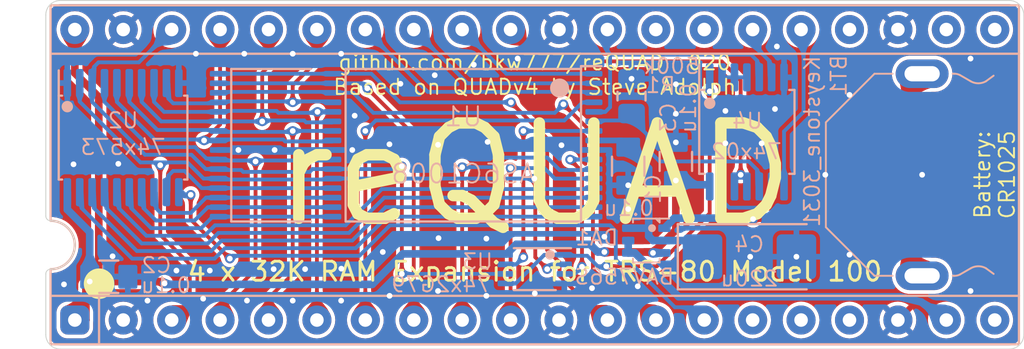
<source format=kicad_pcb>
(kicad_pcb (version 20221018) (generator pcbnew)
  (title_block (title "reQUAD") (date "2023-09-24") (rev "020") (company "Brian K. White - b.kenyon.w@gmail.com") (comment 1 "Original design by Steve Adolph"))
  (layers (0 "F.Cu" signal) (31 "B.Cu" signal) (34 "B.Paste" user) (35 "F.Paste" user) (36 "B.SilkS" user "B.Silkscreen") (37 "F.SilkS" user "F.Silkscreen") (38 "B.Mask" user) (39 "F.Mask" user) (44 "Edge.Cuts" user))
  (net 0 "")
  (net 1 "GND")
  (net 2 "/AD1")
  (net 3 "/AD3")
  (net 4 "/AD5")
  (net 5 "/AD7")
  (net 6 "/A9")
  (net 7 "/A11")
  (net 8 "/A13")
  (net 9 "/A15")
  (net 10 "/A14")
  (net 11 "/A12")
  (net 12 "/A10")
  (net 13 "/A8")
  (net 14 "/~{Y0}")
  (net 15 "/AD6")
  (net 16 "/AD4")
  (net 17 "/AD2")
  (net 18 "/AD0")
  (net 19 "VBUS")
  (net 22 "/A1")
  (net 23 "/A3")
  (net 24 "/A2")
  (net 25 "/A0")
  (net 26 "/A4")
  (net 27 "/A5")
  (net 28 "/A6")
  (net 29 "/A7")
  (net 30 "VMEM")
  (net 37 "/BUS_A15")
  (net 38 "/~{RD}")
  (net 39 "/A16")
  (net 40 "/RAM_RST")
  (net 41 "/IO{slash}~{M}")
  (net 42 "/ALE")
  (net 44 "/RESET")
  (net 45 "/~{WR}")
  (net 46 "/RAM_CE2")
  (net 47 "/BANK_LATCH")
  (net 48 "/BATT+")
  (net 49 "Net-(U4-Pad2)")
  (net 50 "Net-(U4-Pad13)")
  (footprint "000_LOCAL:TSSOP-20_4.4x6.5mm_P0.65mm" (layer "B.Cu") (at 128.4 98.05 -90)
    (fp_text reference "U2")
    (fp_text value "74x573")
  )
  (footprint "000_LOCAL:TSSOP-14_4.4x5mm_P0.65mm" (layer "B.Cu") (at 161.125 97.75 -90)
    (fp_text reference "U4")
    (fp_text value "74x02")
  )
  (footprint "000_LOCAL:DIP-40_pins" (layer "B.Cu") (at 149.999293 100.000707)
    (fp_text reference "J1" hide)
    (fp_text value "Model_100_System_BUS")
  )
  (footprint "000_LOCAL:C_0805" (layer "B.Cu") (at 154.9 99.55 -90)
    (fp_text reference "C1")
    (fp_text value "0.1u")
  )
  (footprint "000_LOCAL:VSSOP-8_2.3x2mm_P0.5mm" (layer "B.Cu") (at 150 104.95 180)
    (fp_text reference "U3")
    (fp_text value "74x2G79")
  )
  (footprint "000_LOCAL:Keystone_3031" (layer "B.Cu") (at 170.32 100 -90)
    (fp_text reference "BT1")
    (fp_text value "Keystone_3031")
  )
  (footprint "000_LOCAL:R_0805" (layer "B.Cu") (at 155.075 95.875 90)
    (fp_text reference "R1")
    (fp_text value "500k")
  )
  (footprint "000_LOCAL:TSOP32-dual" (layer "B.Cu") (at 143.25 98.45 180)
    (fp_text reference "U1")
    (fp_text value "AS6C1008")
  )
  (footprint "000_LOCAL:C_0805" (layer "B.Cu") (at 127.65 105.35)
    (fp_text reference "C2")
    (fp_text value "0.1u")
  )
  (footprint "000_LOCAL:CP_EIA-6032-28" (layer "B.Cu") (at 161.2625 104.3)
    (fp_text reference "C4")
    (fp_text value "220u")
  )
  (footprint "000_LOCAL:C_0805" (layer "B.Cu") (at 157.4 99.3 90)
    (fp_text reference "C3")
    (fp_text value "0.1u")
  )
  (footprint "000_LOCAL:SOT-363" (layer "B.Cu") (at 155.85 103.45 180)
    (fp_text reference "DA1")
    (fp_text value "BAV756S")
  )
  (gr_circle (center 127.14 105.715) (end 126.74 105.715) (stroke (width 0.8)) (fill none) (layer "F.SilkS"))
  (gr_line (start 174.892 90.856) (end 125.108 90.856) (stroke (width 0.05)) (layer "Edge.Cuts"))
  (gr_line (start 124.346 108.382) (end 124.346 105.207) (stroke (width 0.05)) (layer "Edge.Cuts"))
  (gr_line (start 124.346 102.159) (end 124.346 91.618) (stroke (width 0.05)) (layer "Edge.Cuts"))
  (gr_arc (start 175.654 108.382) (mid 175.430815 108.920815) (end 174.892 109.144) (stroke (width 0.05)) (layer "Edge.Cuts"))
  (gr_arc (start 124.6 102.413) (mid 125.87 103.683) (end 124.6 104.953) (stroke (width 0.05)) (layer "Edge.Cuts"))
  (gr_arc (start 124.346 105.207) (mid 124.420395 105.027395) (end 124.6 104.953) (stroke (width 0.05)) (layer "Edge.Cuts"))
  (gr_arc (start 174.892 90.856) (mid 175.430815 91.079185) (end 175.654 91.618) (stroke (width 0.05)) (layer "Edge.Cuts"))
  (gr_arc (start 124.6 102.413) (mid 124.420395 102.338605) (end 124.346 102.159) (stroke (width 0.05)) (layer "Edge.Cuts"))
  (gr_arc (start 124.346 91.618) (mid 124.569185 91.079185) (end 125.108 90.856) (stroke (width 0.05)) (layer "Edge.Cuts"))
  (gr_line (start 175.654 108.382) (end 175.654 91.618) (stroke (width 0.05)) (layer "Edge.Cuts"))
  (gr_line (start 125.108 109.144) (end 174.892 109.144) (stroke (width 0.05)) (layer "Edge.Cuts"))
  (gr_arc (start 125.108 109.144) (mid 124.569185 108.920815) (end 124.346 108.382) (stroke (width 0.05)) (layer "Edge.Cuts"))
  (gr_text "4 x 32K RAM Expansion for TRS-80 Model 100" (at 150 105.08) (layer "F.SilkS") (effects (font (size 1 1))))
  (gr_text "reQUAD" (at 150 100) (layer "F.SilkS") (effects (font (size 5 5) (thickness 0.6))))
  (gr_text "Battery:\nCR1025" (at 174.13 100 90) (layer "F.SilkS") (effects (font (size 0.8 0.8) (thickness 0.1))))
  (gr_text "github.com/bkw777/reQUAD  ${REVISION}\nBased on QUADv4 by Steve Adolph" (at 150 94.75) (layer "F.SilkS") (effects (font (size 0.8 0.8) (thickness 0.1))))
  (via (at 166.51 104.191) (size 0.5) (drill 0.3) (layers "F.Cu" "B.Cu") (net 1))
  (via (at 131.2 105.025) (size 0.5) (drill 0.3) (layers "F.Cu" "B.Cu") (net 1))
  (via (at 154.9 100.55) (size 0.5) (drill 0.3) (layers "F.Cu" "B.Cu") (net 1))
  (via (at 144.925 98.425) (size 0.5) (drill 0.3) (layers "F.Cu" "B.Cu") (net 1))
  (via (at 136.35 98.7) (size 0.5) (drill 0.3) (layers "F.Cu" "B.Cu") (net 1))
  (via (at 132.95 105.025) (size 0.5) (drill 0.3) (layers "F.Cu" "B.Cu") (net 1))
  (via (at 134.45 98.7) (size 0.5) (drill 0.3) (layers "F.Cu" "B.Cu") (net 1))
  (via (at 144.95 103.325) (size 0.5) (drill 0.3) (layers "F.Cu" "B.Cu") (net 1))
  (via (at 137.3 106.604) (size 0.5) (drill 0.3) (layers "F.Cu" "B.Cu") (net 1))
  (via (at 134.9 106.6) (size 0.5) (drill 0.3) (layers "F.Cu" "B.Cu") (net 1))
  (via (at 157.4 98.3) (size 0.5) (drill 0.3) (layers "F.Cu" "B.Cu") (net 1))
  (via (at 163.725 104.3) (size 0.5) (drill 0.3) (layers "F.Cu" "B.Cu") (net 1))
  (via (at 147.525 98.275) (size 0.5) (drill 0.3) (layers "F.Cu" "B.Cu") (net 1))
  (via (at 151.4 98.45) (size 0.5) (drill 0.3) (layers "F.Cu" "B.Cu") (net 1))
  (via (at 157.4 96.8) (size 0.5) (drill 0.3) (layers "F.Cu" "B.Cu") (net 1))
  (via (at 146.8 94.225) (size 0.5) (drill 0.3) (layers "F.Cu" "B.Cu") (net 1))
  (via (at 137.3 93.65) (size 0.5) (drill 0.3) (layers "F.Cu" "B.Cu") (net 1))
  (via (at 161.9 98.35) (size 0.5) (drill 0.3) (layers "F.Cu" "B.Cu") (net 1))
  (via (at 132.601 106.5) (size 0.5) (drill 0.3) (layers "F.Cu" "B.Cu") (net 1))
  (via (at 128.15 99.425) (size 0.5) (drill 0.3) (layers "F.Cu" "B.Cu") (net 1))
  (via (at 129.68 106.604) (size 0.5) (drill 0.3) (layers "F.Cu" "B.Cu") (net 1))
  (via (at 140.425 98.7) (size 0.5) (drill 0.3) (layers "F.Cu" "B.Cu") (net 1))
  (via (at 134.76 93.65) (size 0.5) (drill 0.3) (layers "F.Cu" "B.Cu") (net 1))
  (via (at 136.3 104.95) (size 0.5) (drill 0.3) (layers "F.Cu" "B.Cu") (net 1))
  (via (at 153 105.95) (size 0.5) (drill 0.3) (layers "F.Cu" "B.Cu") (net 1))
  (via (at 140.55 96.9) (size 0.5) (drill 0.3) (layers "F.Cu" "B.Cu") (net 1))
  (via (at 137.95 104.95) (size 0.5) (drill 0.3) (layers "F.Cu" "B.Cu") (net 1))
  (via (at 155.4 105.85) (size 0.5) (drill 0.3) (layers "F.Cu" "B.Cu") (net 1))
  (via (at 149.1 93.9) (size 0.5) (drill 0.3) (layers "F.Cu" "B.Cu") (net 1))
  (via (at 139.84 93.65) (size 0.5) (drill 0.3) (layers "F.Cu" "B.Cu") (net 1))
  (via (at 150 106.223) (size 0.5) (drill 0.3) (layers "F.Cu" "B.Cu") (net 1))
  (via (at 142.95 95.225) (size 0.5) (drill 0.3) (layers "F.Cu" "B.Cu") (net 1))
  (via (at 160 96.65) (size 0.5) (drill 0.3) (layers "F.Cu" "B.Cu") (net 1))
  (via (at 144.92 106.096) (size 0.5) (drill 0.3) (layers "F.Cu" "B.Cu") (net 1))
  (via (at 144.75 94.775) (size 0.5) (drill 0.3) (layers "F.Cu" "B.Cu") (net 1))
  (via (at 125.3 105.75) (size 0.5) (drill 0.3) (layers "F.Cu" "B.Cu") (net 1))
  (via (at 165.24 100) (size 0.5) (drill 0.3) (layers "F.Cu" "B.Cu") (net 1))
  (via (at 142.025 104.05) (size 0.5) (drill 0.3) (layers "F.Cu" "B.Cu") (net 1))
  (via (at 157.4 95.25) (size 0.5) (drill 0.3) (layers "F.Cu" "B.Cu") (net 1))
  (via (at 147.46 103.35) (size 0.5) (drill 0.3) (layers "F.Cu" "B.Cu") (net 1))
  (via (at 127.85 104.275) (size 0.5) (drill 0.3) (layers "F.Cu" "B.Cu") (net 1))
  (via (at 172.86 93.904) (size 0.5) (drill 0.3) (layers "F.Cu" "B.Cu") (net 1))
  (via (at 154.9 101.8) (size 0.5) (drill 0.3) (layers "F.Cu" "B.Cu") (net 1))
  (via (at 170.32 100) (size 0.5) (drill 0.3) (layers "F.Cu" "B.Cu") (net 1))
  (via (at 160 98.35) (size 0.5) (drill 0.3) (layers "F.Cu" "B.Cu") (net 1))
  (via (at 125.8 99.45) (size 0.5) (drill 0.3) (layers "F.Cu" "B.Cu") (net 1))
  (via (at 172.86 106.096) (size 0.5) (drill 0.3) (layers "F.Cu" "B.Cu") (net 1))
  (via (at 166.51 95.809) (size 0.5) (drill 0.3) (layers "F.Cu" "B.Cu") (net 1))
  (via (at 153.65 103.25) (size 0.5) (drill 0.3) (layers "F.Cu" "B.Cu") (net 1))
  (via (at 132.22 93.65) (size 0.5) (drill 0.3) (layers "F.Cu" "B.Cu") (net 1))
  (via (at 161.3 104.3) (size 0.5) (drill 0.3) (layers "F.Cu" "B.Cu") (net 1))
  (via (at 162.6 96.55) (size 0.5) (drill 0.3) (layers "F.Cu" "B.Cu") (net 1))
  (via (at 139.85 104.925) (size 0.5) (drill 0.3) (layers "F.Cu" "B.Cu") (net 1))
  (via (at 162.7 93.269) (size 0.5) (drill 0.3) (layers "F.Cu" "B.Cu") (net 1))
  (via (at 142.38 106.35) (size 0.5) (drill 0.3) (layers "F.Cu" "B.Cu") (net 1))
  (via (at 142.375 98.4) (size 0.5) (drill 0.3) (layers "F.Cu" "B.Cu") (net 1))
  (via (at 147.46 106.35) (size 0.5) (drill 0.3) (layers "F.Cu" "B.Cu") (net 1))
  (via (at 155.075 94.9625) (size 0.5) (drill 0.3) (layers "F.Cu" "B.Cu") (net 1))
  (via (at 139.84 106.604) (size 0.5) (drill 0.3) (layers "F.Cu" "B.Cu") (net 1))
  (segment (start 143.025 105.2) (end 143.025 99.55) (width 0.2) (layer "F.Cu") (net 2))
  (via (at 143.025 99.55) (size 0.5) (drill 0.3) (layers "F.Cu" "B.Cu") (net 2))
  (via (at 143.025 105.2) (size 0.5) (drill 0.3) (layers "F.Cu" "B.Cu") (net 2))
  (segment (start 126.875 94.3375) (end 127.1125 94.1) (width 0.2) (layer "B.Cu") (net 2))
  (segment (start 131.9875 98.95) (end 129.55 98.95) (width 0.2) (layer "B.Cu") (net 2))
  (segment (start 133.45 99.75) (end 133.4 99.7) (width 0.2) (layer "B.Cu") (net 2))
  (segment (start 129.55 98.95) (end 126.775 96.175) (width 0.2) (layer "B.Cu") (net 2))
  (segment (start 133.4 99.7) (end 132.7375 99.7) (width 0.2) (layer "B.Cu") (net 2))
  (segment (start 127.1125 94.1) (end 129.23 94.1) (width 0.2) (layer "B.Cu") (net 2))
  (segment (start 139.4 99.7) (end 142.875 99.7) (width 0.2) (layer "B.Cu") (net 2))
  (segment (start 138.1875 99.85) (end 134.7 99.85) (width 0.2) (layer "B.Cu") (net 2))
  (segment (start 126.875 95.0875) (end 126.875 94.3375) (width 0.2) (layer "B.Cu") (net 2))
  (segment (start 126.775 96.175) (end 126.775 95.1875) (width 0.2) (layer "B.Cu") (net 2))
  (segment (start 132.7375 99.7) (end 131.9875 98.95) (width 0.2) (layer "B.Cu") (net 2))
  (segment (start 139.4 99.7) (end 138.3375 99.7) (width 0.2) (layer "B.Cu") (net 2))
  (segment (start 134.7 99.85) (end 134.6 99.75) (width 0.2) (layer "B.Cu") (net 2))
  (segment (start 142.875 99.7) (end 143.025 99.55) (width 0.2) (layer "B.Cu") (net 2))
  (segment (start 126.775 95.1875) (end 126.875 95.0875) (width 0.2) (layer "B.Cu") (net 2))
  (segment (start 138.3375 99.7) (end 138.1875 99.85) (width 0.2) (layer "B.Cu") (net 2))
  (segment (start 148.45 105.2) (end 143.025 105.2) (width 0.2) (layer "B.Cu") (net 2))
  (segment (start 134.6 99.75) (end 133.45 99.75) (width 0.2) (layer "B.Cu") (net 2))
  (segment (start 129.23 94.1) (end 130.949293 92.380707) (width 0.2) (layer "B.Cu") (net 2))
  (segment (start 133.489293 97.360707) (end 133.489293 92.380707) (width 0.2) (layer "F.Cu") (net 3))
  (segment (start 132.65 98.2) (end 133.489293 97.360707) (width 0.2) (layer "F.Cu") (net 3))
  (via (at 132.65 98.2) (size 0.5) (drill 0.3) (layers "F.Cu" "B.Cu") (net 3))
  (segment (start 139.35 98.25) (end 136.9 98.25) (width 0.2) (layer "B.Cu") (net 3))
  (segment (start 132.65 98.2) (end 132.6 98.15) (width 0.2) (layer "B.Cu") (net 3))
  (segment (start 136.8 98.15) (end 133.45 98.15) (width 0.2) (layer "B.Cu") (net 3))
  (segment (start 128.075 96.175) (end 128.075 95.1875) (width 0.2) (layer "B.Cu") (net 3))
  (segment (start 133.4 98.2) (end 132.65 98.2) (width 0.2) (layer "B.Cu") (net 3))
  (segment (start 130.05 98.15) (end 128.075 96.175) (width 0.2) (layer "B.Cu") (net 3))
  (segment (start 132.6 98.15) (end 130.05 98.15) (width 0.2) (layer "B.Cu") (net 3))
  (segment (start 139.4 98.2) (end 139.35 98.25) (width 0.2) (layer "B.Cu") (net 3))
  (segment (start 133.45 98.15) (end 133.4 98.2) (width 0.2) (layer "B.Cu") (net 3))
  (segment (start 136.9 98.25) (end 136.8 98.15) (width 0.2) (layer "B.Cu") (net 3))
  (segment (start 136.029293 92.380707) (end 136.029293 94.320707) (width 0.2) (layer "F.Cu") (net 4))
  (segment (start 135.7 94.65) (end 135.7 97.2) (width 0.2) (layer "F.Cu") (net 4))
  (segment (start 136.029293 94.320707) (end 135.7 94.65) (width 0.2) (layer "F.Cu") (net 4))
  (via (at 135.7 97.2) (size 0.5) (drill 0.3) (layers "F.Cu" "B.Cu") (net 4))
  (segment (start 129.375 96.175) (end 129.375 95.1875) (width 0.2) (layer "B.Cu") (net 4))
  (segment (start 130.4 97.2) (end 129.375 96.175) (width 0.2) (layer "B.Cu") (net 4))
  (segment (start 133.4 97.2) (end 130.4 97.2) (width 0.2) (layer "B.Cu") (net 4))
  (segment (start 135.7 97.2) (end 133.4 97.2) (width 0.2) (layer "B.Cu") (net 4))
  (segment (start 135.75 97.15) (end 137.9 97.15) (width 0.2) (layer "B.Cu") (net 4))
  (segment (start 135.7 97.2) (end 135.75 97.15) (width 0.2) (layer "B.Cu") (net 4))
  (segment (start 139.35 97.25) (end 139.4 97.2) (width 0.2) (layer "B.Cu") (net 4))
  (segment (start 138 97.25) (end 139.35 97.25) (width 0.2) (layer "B.Cu") (net 4))
  (segment (start 137.9 97.15) (end 138 97.25) (width 0.2) (layer "B.Cu") (net 4))
  (segment (start 137.3 95.3) (end 138.569293 94.030707) (width 0.2) (layer "F.Cu") (net 5))
  (segment (start 137.3 96.2) (end 137.3 95.3) (width 0.2) (layer "F.Cu") (net 5))
  (segment (start 138.569293 94.030707) (end 138.569293 92.380707) (width 0.2) (layer "F.Cu") (net 5))
  (via (at 137.3 96.2) (size 0.5) (drill 0.3) (layers "F.Cu" "B.Cu") (net 5))
  (segment (start 137.25 96.15) (end 133.45 96.15) (width 0.2) (layer "B.Cu") (net 5))
  (segment (start 130.775 95.2875) (end 130.775 96) (width 0.2) (layer "B.Cu") (net 5))
  (segment (start 137.3 96.2) (end 137.25 96.15) (width 0.2) (layer "B.Cu") (net 5))
  (segment (start 133.45 96.15) (end 133.4 96.2) (width 0.2) (layer "B.Cu") (net 5))
  (segment (start 130.675 95.1875) (end 130.775 95.2875) (width 0.2) (layer "B.Cu") (net 5))
  (segment (start 133.35 96.25) (end 133.4 96.2) (width 0.2) (layer "B.Cu") (net 5))
  (segment (start 131.025 96.25) (end 133.35 96.25) (width 0.2) (layer "B.Cu") (net 5))
  (segment (start 130.775 96) (end 131.025 96.25) (width 0.2) (layer "B.Cu") (net 5))
  (segment (start 139.35 96.15) (end 139.4 96.2) (width 0.2) (layer "B.Cu") (net 5))
  (segment (start 137.3 96.2) (end 137.35 96.15) (width 0.2) (layer "B.Cu") (net 5))
  (segment (start 137.35 96.15) (end 139.35 96.15) (width 0.2) (layer "B.Cu") (net 5))
  (segment (start 144.378586 95.65) (end 141.109293 92.380707) (width 0.2) (layer "B.Cu") (net 6))
  (segment (start 153.1 95.7) (end 153.05 95.65) (width 0.2) (layer "B.Cu") (net 6))
  (segment (start 153.05 95.65) (end 144.378586 95.65) (width 0.2) (layer "B.Cu") (net 6))
  (segment (start 146.468586 95.2) (end 143.649293 92.380707) (width 0.2) (layer "B.Cu") (net 7))
  (segment (start 153.1 95.2) (end 146.468586 95.2) (width 0.2) (layer "B.Cu") (net 7))
  (segment (start 153.1 94.7) (end 148.508586 94.7) (width 0.2) (layer "B.Cu") (net 8))
  (segment (start 148.508586 94.7) (end 146.189293 92.380707) (width 0.2) (layer "B.Cu") (net 8))
  (segment (start 149.4 104.325) (end 149.4 97.7) (width 0.2) (layer "F.Cu") (net 9))
  (via (at 149.4 97.7) (size 0.5) (drill 0.3) (layers "F.Cu" "B.Cu") (net 9))
  (via (at 149.4 104.325) (size 0.5) (drill 0.3) (layers "F.Cu" "B.Cu") (net 9))
  (segment (start 149.025 104.7) (end 148.45 104.7) (width 0.2) (layer "B.Cu") (net 9))
  (segment (start 149.4 104.325) (end 149.025 104.7) (width 0.2) (layer "B.Cu") (net 9))
  (segment (start 153.1 97.7) (end 149.4 97.7) (width 0.2) (layer "B.Cu") (net 9))
  (segment (start 148.729293 99.65) (end 148.729293 107.620707) (width 0.2) (layer "F.Cu") (net 10))
  (via (at 148.729293 99.65) (size 0.5) (drill 0.3) (layers "F.Cu" "B.Cu") (net 10))
  (segment (start 150.5 99.65) (end 151.05 100.2) (width 0.2) (layer "B.Cu") (net 10))
  (segment (start 148.729293 99.65) (end 150.5 99.65) (width 0.2) (layer "B.Cu") (net 10))
  (segment (start 151.05 100.2) (end 153.1 100.2) (width 0.2) (layer "B.Cu") (net 10))
  (segment (start 146.189293 99.6) (end 146.189293 107.620707) (width 0.2) (layer "F.Cu") (net 11))
  (via (at 146.189293 99.6) (size 0.5) (drill 0.3) (layers "F.Cu" "B.Cu") (net 11))
  (segment (start 147.8 99.6) (end 148.3 99.1) (width 0.2) (layer "B.Cu") (net 11))
  (segment (start 146.189293 99.6) (end 147.8 99.6) (width 0.2) (layer "B.Cu") (net 11))
  (segment (start 151.3 99.75) (end 153.05 99.75) (width 0.2) (layer "B.Cu") (net 11))
  (segment (start 150.65 99.1) (end 151.3 99.75) (width 0.2) (layer "B.Cu") (net 11))
  (segment (start 148.3 99.1) (end 150.65 99.1) (width 0.2) (layer "B.Cu") (net 11))
  (segment (start 153.05 99.75) (end 153.1 99.7) (width 0.2) (layer "B.Cu") (net 11))
  (segment (start 143.649293 97.899293) (end 143.649293 107.620707) (width 0.2) (layer "F.Cu") (net 12))
  (segment (start 141.2125 95.4625) (end 143.649293 97.899293) (width 0.2) (layer "F.Cu") (net 12))
  (via (at 141.2125 95.4625) (size 0.5) (drill 0.3) (layers "F.Cu" "B.Cu") (net 12))
  (segment (start 141.2125 95.4625) (end 140.95 95.2) (width 0.2) (layer "B.Cu") (net 12))
  (segment (start 139.4 95.2) (end 133.4 95.2) (width 0.2) (layer "B.Cu") (net 12))
  (segment (start 140.95 95.2) (end 139.4 95.2) (width 0.2) (layer "B.Cu") (net 12))
  (segment (start 141.109293 97.7) (end 141.109293 107.620707) (width 0.2) (layer "F.Cu") (net 13))
  (via (at 141.109293 97.7) (size 0.5) (drill 0.3) (layers "F.Cu" "B.Cu") (net 13))
  (segment (start 152.5 96.2) (end 153.1 96.2) (width 0.2) (layer "B.Cu") (net 13))
  (segment (start 141.109293 97.7) (end 141.659293 97.15) (width 0.2) (layer "B.Cu") (net 13))
  (segment (start 151.55 97.15) (end 152.5 96.2) (width 0.2) (layer "B.Cu") (net 13))
  (segment (start 141.659293 97.15) (end 151.55 97.15) (width 0.2) (layer "B.Cu") (net 13))
  (segment (start 161.525 93.25) (end 161.525 92.476414) (width 0.2) (layer "B.Cu") (net 14))
  (segment (start 162.325 94.05) (end 161.525 93.25) (width 0.2) (layer "B.Cu") (net 14))
  (segment (start 162.425 94.8875) (end 162.325 94.7875) (width 0.2) (layer "B.Cu") (net 14))
  (segment (start 162.325 94.7875) (end 162.325 94.05) (width 0.2) (layer "B.Cu") (net 14))
  (segment (start 161.525 92.476414) (end 161.429293 92.380707) (width 0.2) (layer "B.Cu") (net 14))
  (segment (start 138.569293 96.730707) (end 138.569293 107.620707) (width 0.2) (layer "F.Cu") (net 15))
  (segment (start 138.6 96.7) (end 138.569293 96.730707) (width 0.2) (layer "F.Cu") (net 15))
  (via (at 138.6 96.7) (size 0.5) (drill 0.3) (layers "F.Cu" "B.Cu") (net 15))
  (segment (start 136.45 96.65) (end 133.45 96.65) (width 0.2) (layer "B.Cu") (net 15))
  (segment (start 130.025 96.175) (end 130.55 96.7) (width 0.2) (layer "B.Cu") (net 15))
  (segment (start 138.55 96.75) (end 136.55 96.75) (width 0.2) (layer "B.Cu") (net 15))
  (segment (start 130.55 96.7) (end 133.4 96.7) (width 0.2) (layer "B.Cu") (net 15))
  (segment (start 138.6 96.7) (end 138.55 96.75) (width 0.2) (layer "B.Cu") (net 15))
  (segment (start 138.6 96.7) (end 139.4 96.7) (width 0.2) (layer "B.Cu") (net 15))
  (segment (start 133.45 96.65) (end 133.4 96.7) (width 0.2) (layer "B.Cu") (net 15))
  (segment (start 130.025 95.1875) (end 130.025 96.175) (width 0.2) (layer "B.Cu") (net 15))
  (segment (start 136.55 96.75) (end 136.45 96.65) (width 0.2) (layer "B.Cu") (net 15))
  (segment (start 137.3 97.7) (end 137.3 105.207) (width 0.2) (layer "F.Cu") (net 16))
  (segment (start 136.125 106.382) (end 136.125 107.525) (width 0.2) (layer "F.Cu") (net 16))
  (segment (start 137.3 105.207) (end 136.125 106.382) (width 0.2) (layer "F.Cu") (net 16))
  (segment (start 136.125 107.525) (end 136.029293 107.620707) (width 0.2) (layer "F.Cu") (net 16))
  (via (at 137.3 97.7) (size 0.5) (drill 0.3) (layers "F.Cu" "B.Cu") (net 16))
  (segment (start 133.35 97.65) (end 130.2 97.65) (width 0.2) (layer "B.Cu") (net 16))
  (segment (start 130.2 97.65) (end 128.725 96.175) (width 0.2) (layer "B.Cu") (net 16))
  (segment (start 133.4 97.7) (end 133.35 97.65) (width 0.2) (layer "B.Cu") (net 16))
  (segment (start 133.4 97.7) (end 133.45 97.75) (width 0.2) (layer "B.Cu") (net 16))
  (segment (start 137.25 97.75) (end 137.3 97.7) (width 0.2) (layer "B.Cu") (net 16))
  (segment (start 128.725 96.175) (end 128.725 95.1875) (width 0.2) (layer "B.Cu") (net 16))
  (segment (start 133.45 97.75) (end 137.25 97.75) (width 0.2) (layer "B.Cu") (net 16))
  (segment (start 137.3 97.7) (end 139.4 97.7) (width 0.2) (layer "B.Cu") (net 16))
  (segment (start 133.7 107.41) (end 133.7 106.625) (width 0.2) (layer "F.Cu") (net 17))
  (segment (start 133.489293 107.620707) (end 133.7 107.41) (width 0.2) (layer "F.Cu") (net 17))
  (segment (start 133.7 106.625) (end 135.35 104.975) (width 0.2) (layer "F.Cu") (net 17))
  (segment (start 135.35 104.975) (end 135.35 99.3) (width 0.2) (layer "F.Cu") (net 17))
  (via (at 135.35 99.3) (size 0.5) (drill 0.3) (layers "F.Cu" "B.Cu") (net 17))
  (segment (start 133.4 99.2) (end 133.35 99.15) (width 0.2) (layer "B.Cu") (net 17))
  (segment (start 129.8 98.55) (end 127.425 96.175) (width 0.2) (layer "B.Cu") (net 17))
  (segment (start 133.45 99.25) (end 133.4 99.2) (width 0.2) (layer "B.Cu") (net 17))
  (segment (start 132.175 98.55) (end 129.8 98.55) (width 0.2) (layer "B.Cu") (net 17))
  (segment (start 139.35 99.25) (end 135.35 99.25) (width 0.2) (layer "B.Cu") (net 17))
  (segment (start 127.425 96.175) (end 127.425 95.1875) (width 0.2) (layer "B.Cu") (net 17))
  (segment (start 132.775 99.15) (end 132.175 98.55) (width 0.2) (layer "B.Cu") (net 17))
  (segment (start 133.35 99.15) (end 132.775 99.15) (width 0.2) (layer "B.Cu") (net 17))
  (segment (start 135.35 99.25) (end 133.45 99.25) (width 0.2) (layer "B.Cu") (net 17))
  (segment (start 139.4 99.2) (end 139.35 99.25) (width 0.2) (layer "B.Cu") (net 17))
  (segment (start 150.025 104.325) (end 150.65 104.95) (width 0.2) (layer "F.Cu") (net 18))
  (segment (start 131.9 104.7) (end 131.9 106.67) (width 0.2) (layer "F.Cu") (net 18))
  (segment (start 149.975 100.2) (end 150.025 100.25) (width 0.2) (layer "F.Cu") (net 18))
  (segment (start 130.35 103.15) (end 131.9 104.7) (width 0.2) (layer "F.Cu") (net 18))
  (segment (start 131.9 106.67) (end 130.949293 107.620707) (width 0.2) (layer "F.Cu") (net 18))
  (segment (start 130.35 99.5) (end 130.35 103.15) (width 0.2) (layer "F.Cu") (net 18))
  (segment (start 150.025 100.25) (end 150.025 104.325) (width 0.2) (layer "F.Cu") (net 18))
  (via (at 149.975 100.2) (size 0.5) (drill 0.3) (layers "F.Cu" "B.Cu") (net 18))
  (via (at 150.65 104.95) (size 0.5) (drill 0.3) (layers "F.Cu" "B.Cu") (net 18))
  (via (at 130.35 99.5) (size 0.5) (drill 0.3) (layers "F.Cu" "B.Cu") (net 18))
  (segment (start 139.4 100.2) (end 139.35 100.25) (width 0.2) (layer "B.Cu") (net 18))
  (segment (start 126.125 96.1625) (end 126.125 95.1875) (width 0.2) (layer "B.Cu") (net 18))
  (segment (start 130.5 99.35) (end 130.35 99.5) (width 0.2) (layer "B.Cu") (net 18))
  (segment (start 139.35 100.25) (end 133.45 100.25) (width 0.2) (layer "B.Cu") (net 18))
  (segment (start 132.625 100.2) (end 131.775 99.35) (width 0.2) (layer "B.Cu") (net 18))
  (segment (start 149.975 100.2) (end 139.4 100.2) (width 0.2) (layer "B.Cu") (net 18))
  (segment (start 131.775 99.35) (end 130.5 99.35) (width 0.2) (layer "B.Cu") (net 18))
  (segment (start 129.3125 99.35) (end 126.125 96.1625) (width 0.2) (layer "B.Cu") (net 18))
  (segment (start 133.45 100.25) (end 133.4 100.2) (width 0.2) (layer "B.Cu") (net 18))
  (segment (start 129.3125 99.35) (end 130.2 99.35) (width 0.2) (layer "B.Cu") (net 18))
  (segment (start 133.4 100.2) (end 132.625 100.2) (width 0.2) (layer "B.Cu") (net 18))
  (segment (start 130.2 99.35) (end 130.35 99.5) (width 0.2) (layer "B.Cu") (net 18))
  (segment (start 150.9 104.7) (end 151.55 104.7) (width 0.2) (layer "B.Cu") (net 18))
  (segment (start 150.65 104.95) (end 150.9 104.7) (width 0.2) (layer "B.Cu") (net 18))
  (segment (start 130.575 105.7) (end 130.475 105.6) (width 0.4) (layer "F.Cu") (net 19))
  (segment (start 126.45 107.620707) (end 125.869293 107.620707) (width 0.4) (layer "F.Cu") (net 19))
  (segment (start 127.125 105.6) (end 127.125 95.921) (width 0.4) (layer "F.Cu") (net 19))
  (segment (start 125.869293 94.665293) (end 125.869293 92.380707) (width 0.4) (layer "F.Cu") (net 19))
  (segment (start 157.4 102.9) (end 157.4 100.3) (width 0.4) (layer "F.Cu") (net 19))
  (segment (start 153.65 104.05) (end 156.15 104.05) (width 0.4) (layer "F.Cu") (net 19))
  (segment (start 130.475 105.6) (end 126.65 105.6) (width 0.4) (layer "F.Cu") (net 19))
  (segment (start 156.2 104.1) (end 157.4 102.9) (width 0.4) (layer "F.Cu") (net 19))
  (segment (start 156.15 104.05) (end 156.2 104.1) (width 0.4) (layer "F.Cu") (net 19))
  (segment (start 126.65 105.6) (end 126.45 105.8) (width 0.4) (layer "F.Cu") (net 19))
  (segment (start 127.125 95.921) (end 125.869293 94.665293) (width 0.4) (layer "F.Cu") (net 19))
  (segment (start 126.45 105.8) (end 126.45 107.620707) (width 0.4) (layer "F.Cu") (net 19))
  (via (at 156.2 104.1) (size 0.5) (drill 0.3) (layers "F.Cu" "B.Cu") (net 19))
  (via (at 126.65 105.6) (size 0.5) (drill 0.3) (layers "F.Cu" "B.Cu") (net 19))
  (via (at 157.4 100.3) (size 0.5) (drill 0.3) (layers "F.Cu" "B.Cu") (net 19))
  (via (at 130.575 105.7) (size 0.5) (drill 0.3) (layers "F.Cu" "B.Cu") (net 19))
  (via (at 153.65 104.05) (size 0.5) (drill 0.3) (layers "F.Cu" "B.Cu") (net 19))
  (segment (start 126.65 105.35) (end 126.65 103) (width 0.4) (layer "B.Cu") (net 19))
  (segment (start 149.025 103.65) (end 148.525 104.15) (width 0.4) (layer "B.Cu") (net 19))
  (segment (start 157.625 100.525) (end 159.0875 100.525) (width 0.4) (layer "B.Cu") (net 19))
  (segment (start 157.4 100.3) (end 157.625 100.525) (width 0.4) (layer "B.Cu") (net 19))
  (segment (start 126.65 103) (end 125.475 101.825) (width 0.4) (layer "B.Cu") (net 19))
  (segment (start 130.625 105.75) (end 130.575 105.7) (width 0.4) (layer "B.Cu") (net 19))
  (segment (start 152.9 103.65) (end 149.025 103.65) (width 0.4) (layer "B.Cu") (net 19))
  (segment (start 143.075 104.15) (end 141.475 105.75) (width 0.4) (layer "B.Cu") (net 19))
  (segment (start 148.525 104.15) (end 143.075 104.15) (width 0.4) (layer "B.Cu") (net 19))
  (segment (start 153.65 104.05) (end 153.3 104.05) (width 0.4) (layer "B.Cu") (net 19))
  (segment (start 156.8 104.1) (end 156.2 104.1) (width 0.4) (layer "B.Cu") (net 19))
  (segment (start 125.475 101.825) (end 125.475 100.9125) (width 0.4) (layer "B.Cu") (net 19))
  (segment (start 141.475 105.75) (end 130.625 105.75) (width 0.4) (layer "B.Cu") (net 19))
  (segment (start 159.0875 100.525) (end 159.175 100.6125) (width 0.4) (layer "B.Cu") (net 19))
  (segment (start 153.3 104.05) (end 152.9 103.65) (width 0.4) (layer "B.Cu") (net 19))
  (segment (start 133.025 104) (end 129.125 104) (width 0.2) (layer "B.Cu") (net 22))
  (segment (start 129.125 104) (end 126.875 101.75) (width 0.2) (layer "B.Cu") (net 22))
  (segment (start 126.875 101.75) (end 126.875 101.0125) (width 0.2) (layer "B.Cu") (net 22))
  (segment (start 153.1 101.7) (end 142.175 101.7) (width 0.2) (layer "B.Cu") (net 22))
  (segment (start 142.175 101.7) (end 140.425 103.45) (width 0.2) (layer "B.Cu") (net 22))
  (segment (start 133.575 103.45) (end 133.025 104) (width 0.2) (layer "B.Cu") (net 22))
  (segment (start 126.875 101.0125) (end 126.775 100.9125) (width 0.2) (layer "B.Cu") (net 22))
  (segment (start 140.425 103.45) (end 133.575 103.45) (width 0.2) (layer "B.Cu") (net 22))
  (segment (start 153.05 100.75) (end 141.975 100.75) (width 0.2) (layer "B.Cu") (net 23))
  (segment (start 133.225 102.65) (end 132.675 103.2) (width 0.2) (layer "B.Cu") (net 23))
  (segment (start 132.675 103.2) (end 129.625 103.2) (width 0.2) (layer "B.Cu") (net 23))
  (segment (start 140.075 102.65) (end 133.225 102.65) (width 0.2) (layer "B.Cu") (net 23))
  (segment (start 141.975 100.75) (end 140.075 102.65) (width 0.2) (layer "B.Cu") (net 23))
  (segment (start 128.175 101.0125) (end 128.075 100.9125) (width 0.2) (layer "B.Cu") (net 23))
  (segment (start 153.1 100.7) (end 153.05 100.75) (width 0.2) (layer "B.Cu") (net 23))
  (segment (start 129.625 103.2) (end 128.175 101.75) (width 0.2) (layer "B.Cu") (net 23))
  (segment (start 128.175 101.75) (end 128.175 101.0125) (width 0.2) (layer "B.Cu") (net 23))
  (segment (start 142.1 101.2) (end 140.25 103.05) (width 0.2) (layer "B.Cu") (net 24))
  (segment (start 140.25 103.05) (end 133.4 103.05) (width 0.2) (layer "B.Cu") (net 24))
  (segment (start 153.1 101.2) (end 142.1 101.2) (width 0.2) (layer "B.Cu") (net 24))
  (segment (start 133.4 103.05) (end 132.85 103.6) (width 0.2) (layer "B.Cu") (net 24))
  (segment (start 127.525 101.0125) (end 127.425 100.9125) (width 0.2) (layer "B.Cu") (net 24))
  (segment (start 132.85 103.6) (end 129.375 103.6) (width 0.2) (layer "B.Cu") (net 24))
  (segment (start 127.525 101.75) (end 127.525 101.0125) (width 0.2) (layer "B.Cu") (net 24))
  (segment (start 129.375 103.6) (end 127.525 101.75) (width 0.2) (layer "B.Cu") (net 24))
  (segment (start 128.875 104.4) (end 126.225 101.75) (width 0.2) (layer "B.Cu") (net 25))
  (segment (start 126.225 101.0125) (end 126.125 100.9125) (width 0.2) (layer "B.Cu") (net 25))
  (segment (start 126.225 101.75) (end 126.225 101.0125) (width 0.2) (layer "B.Cu") (net 25))
  (segment (start 142.25 102.2) (end 140.6 103.85) (width 0.2) (layer "B.Cu") (net 25))
  (segment (start 140.6 103.85) (end 133.75 103.85) (width 0.2) (layer "B.Cu") (net 25))
  (segment (start 133.2 104.4) (end 128.875 104.4) (width 0.2) (layer "B.Cu") (net 25))
  (segment (start 133.75 103.85) (end 133.2 104.4) (width 0.2) (layer "B.Cu") (net 25))
  (segment (start 153.1 102.2) (end 142.25 102.2) (width 0.2) (layer "B.Cu") (net 25))
  (segment (start 139.4 102.2) (end 133.4 102.2) (width 0.2) (layer "B.Cu") (net 26))
  (segment (start 132.5 102.8) (end 133.1 102.2) (width 0.2) (layer "B.Cu") (net 26))
  (segment (start 129.875 102.8) (end 132.5 102.8) (width 0.2) (layer "B.Cu") (net 26))
  (segment (start 128.825 101.75) (end 129.875 102.8) (width 0.2) (layer "B.Cu") (net 26))
  (segment (start 133.1 102.2) (end 133.4 102.2) (width 0.2) (layer "B.Cu") (net 26))
  (segment (start 128.825 101.0125) (end 128.825 101.75) (width 0.2) (layer "B.Cu") (net 26))
  (segment (start 128.725 100.9125) (end 128.825 101.0125) (width 0.2) (layer "B.Cu") (net 26))
  (segment (start 130.125 102.4) (end 129.475 101.75) (width 0.2) (layer "B.Cu") (net 27))
  (segment (start 129.475 101.0125) (end 129.375 100.9125) (width 0.2) (layer "B.Cu") (net 27))
  (segment (start 133.4 101.7) (end 132.85 101.7) (width 0.2) (layer "B.Cu") (net 27))
  (segment (start 132.85 101.7) (end 132.15 102.4) (width 0.2) (layer "B.Cu") (net 27))
  (segment (start 132.15 102.4) (end 130.125 102.4) (width 0.2) (layer "B.Cu") (net 27))
  (segment (start 129.475 101.75) (end 129.475 101.0125) (width 0.2) (layer "B.Cu") (net 27))
  (segment (start 139.4 101.7) (end 133.4 101.7) (width 0.2) (layer "B.Cu") (net 27))
  (segment (start 139.4 101.2) (end 133.4 101.2) (width 0.2) (layer "B.Cu") (net 28))
  (segment (start 130.375 102) (end 130.125 101.75) (width 0.2) (layer "B.Cu") (net 28))
  (segment (start 132.75 101.2) (end 131.95 102) (width 0.2) (layer "B.Cu") (net 28))
  (segment (start 130.125 101.0125) (end 130.025 100.9125) (width 0.2) (layer "B.Cu") (net 28))
  (segment (start 133.4 101.2) (end 132.75 101.2) (width 0.2) (layer "B.Cu") (net 28))
  (segment (start 131.95 102) (end 130.375 102) (width 0.2) (layer "B.Cu") (net 28))
  (segment (start 130.125 101.75) (end 130.125 101.0125) (width 0.2) (layer "B.Cu") (net 28))
  (segment (start 133.4 100.7) (end 132.525 100.7) (width 0.2) (layer "B.Cu") (net 29))
  (segment (start 131.625 99.8) (end 131.025 99.8) (width 0.2) (layer "B.Cu") (net 29))
  (segment (start 130.775 100.05) (end 130.775 100.8125) (width 0.2) (layer "B.Cu") (net 29))
  (segment (start 130.775 100.8125) (end 130.675 100.9125) (width 0.2) (layer "B.Cu") (net 29))
  (segment (start 139.4 100.7) (end 133.4 100.7) (width 0.2) (layer "B.Cu") (net 29))
  (segment (start 132.525 100.7) (end 131.625 99.8) (width 0.2) (layer "B.Cu") (net 29))
  (segment (start 131.025 99.8) (end 130.775 100.05) (width 0.2) (layer "B.Cu") (net 29))
  (segment (start 155.975 103.225) (end 156.2 103.45) (width 0.4) (layer "B.Cu") (net 30))
  (segment (start 155.075 102.8) (end 155.975 102.8) (width 0.4) (layer "B.Cu") (net 30))
  (segment (start 154.55 98.2) (end 153.1 98.2) (width 0.3) (layer "B.Cu") (net 30))
  (segment (start 154.9 98.6) (end 155.975 99.675) (width 0.4) (layer "B.Cu") (net 30))
  (segment (start 155.975 102.8) (end 155.975 103.225) (width 0.4) (layer "B.Cu") (net 30))
  (segment (start 155.975 99.675) (end 155.975 102.8) (width 0.4) (layer "B.Cu") (net 30))
  (segment (start 154.9 98.55) (end 154.55 98.2) (width 0.3) (layer "B.Cu") (net 30))
  (segment (start 156.2 103.45) (end 157.95 103.45) (width 0.4) (layer "B.Cu") (net 30))
  (segment (start 157.95 103.45) (end 158.8 104.3) (width 0.4) (layer "B.Cu") (net 30))
  (segment (start 154.9 98.55) (end 154.9 98.6) (width 0.4) (layer "B.Cu") (net 30))
  (segment (start 159.8 94.05) (end 150.398586 94.05) (width 0.2) (layer "F.Cu") (net 37))
  (segment (start 160.8 100) (end 160.8 95.05) (width 0.2) (layer "F.Cu") (net 37))
  (segment (start 160.8 95.05) (end 159.8 94.05) (width 0.2) (layer "F.Cu") (net 37))
  (segment (start 150.398586 94.05) (end 148.729293 92.380707) (width 0.2) (layer "F.Cu") (net 37))
  (via (at 160.8 100) (size 0.5) (drill 0.3) (layers "F.Cu" "B.Cu") (net 37))
  (segment (start 160.8 100) (end 160.475 100.325) (width 0.2) (layer "B.Cu") (net 37))
  (segment (start 160.475 100.325) (end 160.475 100.6125) (width 0.2) (layer "B.Cu") (net 37))
  (segment (start 161.125 100.325) (end 161.125 100.6125) (width 0.2) (layer "B.Cu") (net 37))
  (segment (start 160.8 100) (end 161.125 100.325) (width 0.2) (layer "B.Cu") (net 37))
  (segment (start 150.65 98.1) (end 150.65 103.95) (width 0.2) (layer "F.Cu") (net 38))
  (segment (start 153.620707 107.620707) (end 153.809293 107.620707) (width 0.2) (layer "F.Cu") (net 38))
  (segment (start 150.65 103.95) (end 151.3 104.6) (width 0.2) (layer "F.Cu") (net 38))
  (segment (start 151.3 105.3) (end 153.620707 107.620707) (width 0.2) (layer "F.Cu") (net 38))
  (segment (start 151.3 104.6) (end 151.3 105.3) (width 0.2) (layer "F.Cu") (net 38))
  (segment (start 148.75 96.2) (end 150.65 98.1) (width 0.2) (layer "F.Cu") (net 38))
  (via (at 148.75 96.2) (size 0.5) (drill 0.3) (layers "F.Cu" "B.Cu") (net 38))
  (segment (start 141.425 94.7) (end 139.4 94.7) (width 0.2) (layer "B.Cu") (net 38))
  (segment (start 148.75 96.2) (end 142.925 96.2) (width 0.2) (layer "B.Cu") (net 38))
  (segment (start 139.4 94.7) (end 133.4 94.7) (width 0.2) (layer "B.Cu") (net 38))
  (segment (start 142.925 96.2) (end 141.425 94.7) (width 0.2) (layer "B.Cu") (net 38))
  (segment (start 152.475 99.825) (end 152.475 104.825) (width 0.2) (layer "F.Cu") (net 39))
  (segment (start 151.85 99.2) (end 152.475 99.825) (width 0.2) (layer "F.Cu") (net 39))
  (via (at 151.85 99.2) (size 0.5) (drill 0.3) (layers "F.Cu" "B.Cu") (net 39))
  (via (at 152.475 104.825) (size 0.5) (drill 0.3) (layers "F.Cu" "B.Cu") (net 39))
  (segment (start 152.475 104.825) (end 152.1 105.2) (width 0.2) (layer "B.Cu") (net 39))
  (segment (start 152.1 105.2) (end 151.55 105.2) (width 0.2) (layer "B.Cu") (net 39))
  (segment (start 151.85 99.2) (end 153.1 99.2) (width 0.2) (layer "B.Cu") (net 39))
  (segment (start 170.275 106.675) (end 171.589293 107.620707) (width 0.4) (layer "B.Cu") (net 40))
  (segment (start 154.9 103.45) (end 154.9 104.1) (width 0.4) (layer "B.Cu") (net 40))
  (segment (start 157.55 106.4) (end 169.15 106.4) (width 0.4) (layer "B.Cu") (net 40))
  (segment (start 155.25 104.1) (end 157.55 106.4) (width 0.4) (layer "B.Cu") (net 40))
  (segment locked (start 169.15 106.4) (end 170.275 106.675) (width 0.4) (layer "B.Cu") (net 40))
  (segment (start 154.9 104.1) (end 155.25 104.1) (width 0.4) (layer "B.Cu") (net 40))
  (segment (start 154.128586 105.4) (end 156.349293 107.620707) (width 0.2) (layer "F.Cu") (net 41))
  (segment (start 153.05 104.975) (end 153.475 105.4) (width 0.2) (layer "F.Cu") (net 41))
  (segment (start 153.475 105.4) (end 154.128586 105.4) (width 0.2) (layer "F.Cu") (net 41))
  (segment (start 153.05 97.85) (end 153.05 104.975) (width 0.2) (layer "F.Cu") (net 41))
  (segment (start 151.5 96.3) (end 153.05 97.85) (width 0.2) (layer "F.Cu") (net 41))
  (via (at 151.5 96.3) (size 0.5) (drill 0.3) (layers "F.Cu" "B.Cu") (net 41))
  (segment (start 140.475 95.7) (end 139.4 95.7) (width 0.2) (layer "B.Cu") (net 41))
  (segment (start 133.45 95.65) (end 133.4 95.7) (width 0.2) (layer "B.Cu") (net 41))
  (segment (start 151.05 96.75) (end 141.525 96.75) (width 0.2) (layer "B.Cu") (net 41))
  (segment (start 139.35 95.65) (end 133.45 95.65) (width 0.2) (layer "B.Cu") (net 41))
  (segment (start 141.525 96.75) (end 140.475 95.7) (width 0.2) (layer "B.Cu") (net 41))
  (segment (start 151.5 96.3) (end 151.05 96.75) (width 0.2) (layer "B.Cu") (net 41))
  (segment (start 139.4 95.7) (end 139.35 95.65) (width 0.2) (layer "B.Cu") (net 41))
  (segment (start 131.95 102.35) (end 134 104.4) (width 0.2) (layer "F.Cu") (net 42))
  (segment (start 131.95 101.05) (end 131.95 102.35) (width 0.2) (layer "F.Cu") (net 42))
  (via (at 131.95 101.05) (size 0.5) (drill 0.3) (layers "F.Cu" "B.Cu") (net 42))
  (via (at 134 104.4) (size 0.5) (drill 0.3) (layers "F.Cu" "B.Cu") (net 42))
  (segment (start 154.45 104.65) (end 155.05 104.65) (width 0.2) (layer "B.Cu") (net 42))
  (segment (start 142.4 102.65) (end 153.9375 102.65) (width 0.2) (layer "B.Cu") (net 42))
  (segment (start 155.05 104.65) (end 157.35 106.95) (width 0.2) (layer "B.Cu") (net 42))
  (segment (start 157.35 106.95) (end 158.218586 106.95) (width 0.2) (layer "B.Cu") (net 42))
  (segment (start 131.95 101.05) (end 131.4625 101.05) (width 0.2) (layer "B.Cu") (net 42))
  (segment (start 134.15 104.25) (end 140.8 104.25) (width 0.2) (layer "B.Cu") (net 42))
  (segment (start 153.9375 102.65) (end 154.25 102.9625) (width 0.2) (layer "B.Cu") (net 42))
  (segment (start 134 104.4) (end 134.15 104.25) (width 0.2) (layer "B.Cu") (net 42))
  (segment (start 154.25 104.45) (end 154.45 104.65) (width 0.2) (layer "B.Cu") (net 42))
  (segment (start 154.25 102.9625) (end 154.25 104.45) (width 0.2) (layer "B.Cu") (net 42))
  (segment (start 140.8 104.25) (end 142.4 102.65) (width 0.2) (layer "B.Cu") (net 42))
  (segment (start 158.218586 106.95) (end 158.889293 107.620707) (width 0.2) (layer "B.Cu") (net 42))
  (segment (start 131.4625 101.05) (end 131.325 100.9125) (width 0.2) (layer "B.Cu") (net 42))
  (segment (start 163.969293 92.380707) (end 164.1 92.511414) (width 0.2) (layer "B.Cu") (net 44))
  (segment (start 164.1 92.511414) (end 164.1 96.7) (width 0.2) (layer "B.Cu") (net 44))
  (segment (start 163.075 97.725) (end 163.075 100.6125) (width 0.2) (layer "B.Cu") (net 44))
  (segment (start 164.1 96.7) (end 163.075 97.725) (width 0.2) (layer "B.Cu") (net 44))
  (segment (start 161.675 94.7875) (end 161.675 94.025) (width 0.2) (layer "B.Cu") (net 45))
  (segment (start 161.675 94.025) (end 161.35 93.7) (width 0.2) (layer "B.Cu") (net 45))
  (segment (start 153.95 93.7) (end 153.809293 93.559293) (width 0.2) (layer "B.Cu") (net 45))
  (segment (start 153.809293 93.559293) (end 153.809293 92.380707) (width 0.2) (layer "B.Cu") (net 45))
  (segment (start 153.95 96.45) (end 153.95 93.7) (width 0.2) (layer "B.Cu") (net 45))
  (segment (start 153.1 96.7) (end 153.7 96.7) (width 0.2) (layer "B.Cu") (net 45))
  (segment (start 161.775 94.8875) (end 161.675 94.7875) (width 0.2) (layer "B.Cu") (net 45))
  (segment (start 153.7 96.7) (end 153.95 96.45) (width 0.2) (layer "B.Cu") (net 45))
  (segment (start 161.35 93.7) (end 153.95 93.7) (width 0.2) (layer "B.Cu") (net 45))
  (segment (start 154.7125 97.15) (end 155.075 96.7875) (width 0.2) (layer "B.Cu") (net 46))
  (segment (start 153.15 97.15) (end 154.7125 97.15) (width 0.2) (layer "B.Cu") (net 46))
  (segment (start 161.675 100.5125) (end 161.775 100.6125) (width 0.2) (layer "B.Cu") (net 46))
  (segment (start 155.9 98.65) (end 156.55 99.3) (width 0.2) (layer "B.Cu") (net 46))
  (segment (start 156.55 99.3) (end 161.225 99.3) (width 0.2) (layer "B.Cu") (net 46))
  (segment (start 155.075 96.7875) (end 155.65 96.7875) (width 0.2) (layer "B.Cu") (net 46))
  (segment (start 155.65 96.7875) (end 155.65 97.65) (width 0.2) (layer "B.Cu") (net 46))
  (segment (start 161.675 99.75) (end 161.675 100.5125) (width 0.2) (layer "B.Cu") (net 46))
  (segment (start 155.9 97.9) (end 155.9 98.65) (width 0.2) (layer "B.Cu") (net 46))
  (segment (start 153.1 97.2) (end 153.15 97.15) (width 0.2) (layer "B.Cu") (net 46))
  (segment (start 155.65 97.65) (end 155.9 97.9) (width 0.2) (layer "B.Cu") (net 46))
  (segment (start 161.225 99.3) (end 161.675 99.75) (width 0.2) (layer "B.Cu") (net 46))
  (segment (start 159.175 102.025) (end 159.175 95.625) (width 0.2) (layer "F.Cu") (net 47))
  (segment (start 156.4 104.8) (end 159.175 102.025) (width 0.2) (layer "F.Cu") (net 47))
  (segment (start 153.75 104.8) (end 156.4 104.8) (width 0.2) (layer "F.Cu") (net 47))
  (via (at 159.175 95.625) (size 0.5) (drill 0.3) (layers "F.Cu" "B.Cu") (net 47))
  (via (at 153.75 104.8) (size 0.5) (drill 0.3) (layers "F.Cu" "B.Cu") (net 47))
  (segment (start 153.3 104.8) (end 152.75 104.25) (width 0.2) (layer "B.Cu") (net 47))
  (segment (start 152.75 104.25) (end 151.6 104.25) (width 0.2) (layer "B.Cu") (net 47))
  (segment (start 151.55 104.2) (end 150.5 104.2) (width 0.2) (layer "B.Cu") (net 47))
  (segment (start 151.6 104.25) (end 151.55 104.2) (width 0.2) (layer "B.Cu") (net 47))
  (segment (start 153.75 104.8) (end 153.3 104.8) (width 0.2) (layer "B.Cu") (net 47))
  (segment (start 159.175 94.8875) (end 159.175 95.625) (width 0.2) (layer "B.Cu") (net 47))
  (segment (start 150.5 104.2) (end 149 105.7) (width 0.2) (layer "B.Cu") (net 47))
  (segment (start 149 105.7) (end 148.45 105.7) (width 0.2) (layer "B.Cu") (net 47))
  (segment (start 169.5 95.52) (end 170.32 94.7) (width 0.4) (layer "F.Cu") (net 48))
  (segment (start 170.32 105.3) (end 169.5 104.48) (width 0.4) (layer "F.Cu") (net 48))
  (segment (start 169.5 104.48) (end 169.5 95.52) (width 0.4) (layer "F.Cu") (net 48))
  (segment (start 161.45 102.275) (end 169.5 102.275) (width 0.4) (layer "F.Cu") (net 48))
  (via (at 161.45 102.325) (size 0.5) (drill 0.3) (layers "F.Cu" "B.Cu") (net 48))
  (segment (start 157.325 102.275) (end 156.8 102.8) (width 0.4) (layer "B.Cu") (net 48))
  (segment (start 161.45 102.275) (end 157.325 102.275) (width 0.4) (layer "B.Cu") (net 48))
  (segment (start 161.125 94.8875) (end 159.825 94.8875) (width 0.2) (layer "B.Cu") (net 49))
  (segment (start 160.2 101.725) (end 159.925 101.45) (width 0.2) (layer "B.Cu") (net 50))
  (segment (start 159.925 101.45) (end 159.925 100.7125) (width 0.2) (layer "B.Cu") (net 50))
  (segment (start 162.325 100.7125) (end 162.325 101.45) (width 0.2) (layer "B.Cu") (net 50))
  (segment (start 162.325 101.45) (end 162.05 101.725) (width 0.2) (layer "B.Cu") (net 50))
  (segment (start 162.05 101.725) (end 160.2 101.725) (width 0.2) (layer "B.Cu") (net 50))
  (segment (start 159.925 100.7125) (end 159.825 100.6125) (width 0.2) (layer "B.Cu") (net 50))
  (segment (start 162.425 100.6125) (end 162.325 100.7125) (width 0.2) (layer "B.Cu") (net 50))
  (zone (net 1) (net_name "GND") (layer "F.Cu") (connect_pads (clearance 0.2)) (min_thickness 0.2) (fill yes (thermal_gap 0.2) (thermal_bridge_width 0.3) (smoothing fillet) (radius 0.2))
    (polygon (pts (xy 124.346 109.144) (xy 175.654 109.144) (xy 175.654 90.856) (xy 124.346 90.856)))
  )
  (zone (net 1) (net_name "GND") (layer "B.Cu") (connect_pads (clearance 0.2)) (min_thickness 0.2) (fill yes (thermal_gap 0.2) (thermal_bridge_width 0.3) (smoothing fillet) (radius 0.2))
    (polygon (pts (xy 124.346 109.144) (xy 175.654 109.144) (xy 175.654 90.856) (xy 124.346 90.856)))
  )
)
</source>
